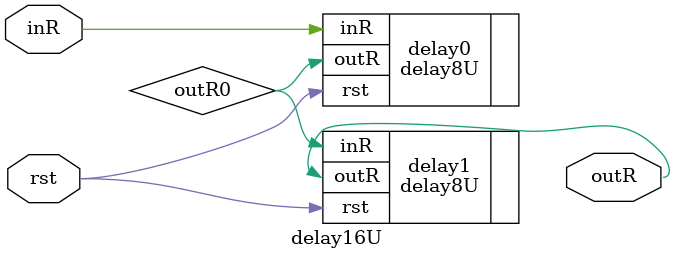
<source format=v>
`timescale 1ns / 1ps


(*dont_touch = "true"*)module delay16U(
    inR, outR, rst
    );
    input inR;
    output outR;
    input rst;
    
    wire outR0;
    (*KEEP="TRUE"*)(*dont_touch = "yes"*)(*OPTIMIZE="OFF"*)delay8U delay0(.inR(inR), .outR(outR0), .rst(rst));
    (*KEEP="TRUE"*)(*dont_touch = "yes"*)(*OPTIMIZE="OFF"*)delay8U delay1(.inR(outR0), .outR(outR), .rst(rst));
    
endmodule

</source>
